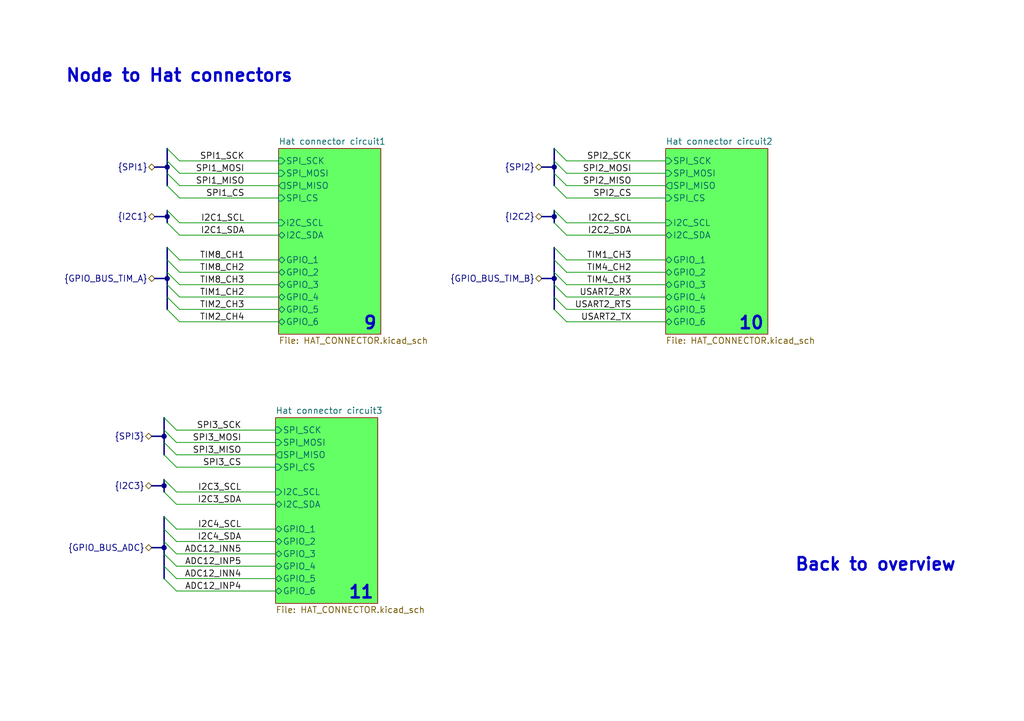
<source format=kicad_sch>
(kicad_sch (version 20230121) (generator eeschema)
  (paper "A5")
  (title_block (title "Hat Connectors and Delocalized Connectors") (company "EPFL Xplore") (comment 2 "Author: Vincent Nguyen"))
  (lib_symbols)
  (junction (at 34.29 34.29))
  (junction (at 33.655 112.395))
  (junction (at 113.665 34.29))
  (junction (at 33.655 89.535))
  (junction (at 34.29 57.15))
  (junction (at 113.665 57.15))
  (junction (at 113.665 44.45))
  (junction (at 34.29 44.45))
  (junction (at 33.655 99.695))
  (bus_entry (at 36.195 111.125) (size -2.54 -2.54))
  (bus_entry (at 36.195 103.505) (size -2.54 -2.54))
  (bus_entry (at 116.205 63.5) (size -2.54 -2.54))
  (bus_entry (at 116.205 66.04) (size -2.54 -2.54))
  (bus_entry (at 116.205 58.42) (size -2.54 -2.54))
  (bus_entry (at 116.205 60.96) (size -2.54 -2.54))
  (bus_entry (at 36.195 116.205) (size -2.54 -2.54))
  (bus_entry (at 116.205 38.1) (size -2.54 -2.54))
  (bus_entry (at 36.83 60.96) (size -2.54 -2.54))
  (bus_entry (at 36.83 55.88) (size -2.54 -2.54))
  (bus_entry (at 36.83 63.5) (size -2.54 -2.54))
  (bus_entry (at 36.83 40.64) (size -2.54 -2.54))
  (bus_entry (at 36.195 100.965) (size -2.54 -2.54))
  (bus_entry (at 36.83 33.02) (size -2.54 -2.54))
  (bus_entry (at 36.195 88.265) (size -2.54 -2.54))
  (bus_entry (at 36.195 121.285) (size -2.54 -2.54))
  (bus_entry (at 36.83 45.72) (size -2.54 -2.54))
  (bus_entry (at 36.83 38.1) (size -2.54 -2.54))
  (bus_entry (at 36.195 108.585) (size -2.54 -2.54))
  (bus_entry (at 116.205 35.56) (size -2.54 -2.54))
  (bus_entry (at 36.195 90.805) (size -2.54 -2.54))
  (bus_entry (at 36.195 113.665) (size -2.54 -2.54))
  (bus_entry (at 36.83 35.56) (size -2.54 -2.54))
  (bus_entry (at 116.205 48.26) (size -2.54 -2.54))
  (bus_entry (at 36.195 95.885) (size -2.54 -2.54))
  (bus_entry (at 116.205 45.72) (size -2.54 -2.54))
  (bus_entry (at 36.83 66.04) (size -2.54 -2.54))
  (bus_entry (at 116.205 53.34) (size -2.54 -2.54))
  (bus_entry (at 36.83 53.34) (size -2.54 -2.54))
  (bus_entry (at 36.195 118.745) (size -2.54 -2.54))
  (bus_entry (at 36.195 93.345) (size -2.54 -2.54))
  (bus_entry (at 116.205 40.64) (size -2.54 -2.54))
  (bus_entry (at 36.83 48.26) (size -2.54 -2.54))
  (bus_entry (at 116.205 33.02) (size -2.54 -2.54))
  (bus_entry (at 36.83 58.42) (size -2.54 -2.54))
  (bus_entry (at 116.205 55.88) (size -2.54 -2.54))
  (bus (pts (xy 34.29 35.56) (xy 34.29 38.1)))
  (bus (pts (xy 33.655 89.535) (xy 31.115 89.535)))
  (wire (pts (xy 36.83 45.72) (xy 57.15 45.72)))
  (bus (pts (xy 33.655 85.725) (xy 33.655 88.265)))
  (wire (pts (xy 36.195 116.205) (xy 56.515 116.205)))
  (wire (pts (xy 116.205 45.72) (xy 136.525 45.72)))
  (bus (pts (xy 33.655 108.585) (xy 33.655 111.125)))
  (wire (pts (xy 116.205 35.56) (xy 136.525 35.56)))
  (bus (pts (xy 34.29 50.8) (xy 34.29 53.34)))
  (wire (pts (xy 116.205 55.88) (xy 136.525 55.88)))
  (bus (pts (xy 34.29 43.18) (xy 34.29 44.45)))
  (bus (pts (xy 113.665 57.15) (xy 111.125 57.15)))
  (bus (pts (xy 33.655 116.205) (xy 33.655 118.745)))
  (bus (pts (xy 113.665 43.18) (xy 113.665 44.45)))
  (bus (pts (xy 33.655 111.125) (xy 33.655 112.395)))
  (bus (pts (xy 34.29 58.42) (xy 34.29 60.96)))
  (bus (pts (xy 113.665 57.15) (xy 113.665 58.42)))
  (bus (pts (xy 113.665 30.48) (xy 113.665 33.02)))
  (wire (pts (xy 36.83 63.5) (xy 57.15 63.5)))
  (bus (pts (xy 113.665 35.56) (xy 113.665 38.1)))
  (wire (pts (xy 116.205 66.04) (xy 136.525 66.04)))
  (bus (pts (xy 34.29 33.02) (xy 34.29 34.29)))
  (wire (pts (xy 36.195 93.345) (xy 56.515 93.345)))
  (bus (pts (xy 113.665 55.88) (xy 113.665 57.15)))
  (wire (pts (xy 116.205 33.02) (xy 136.525 33.02)))
  (bus (pts (xy 33.655 112.395) (xy 33.655 113.665)))
  (wire (pts (xy 36.195 113.665) (xy 56.515 113.665)))
  (wire (pts (xy 36.83 53.34) (xy 57.15 53.34)))
  (bus (pts (xy 113.665 34.29) (xy 113.665 35.56)))
  (wire (pts (xy 36.83 55.88) (xy 57.15 55.88)))
  (bus (pts (xy 34.29 57.15) (xy 34.29 58.42)))
  (bus (pts (xy 33.655 88.265) (xy 33.655 89.535)))
  (bus (pts (xy 33.655 90.805) (xy 33.655 93.345)))
  (bus (pts (xy 33.655 89.535) (xy 33.655 90.805)))
  (wire (pts (xy 36.83 60.96) (xy 57.15 60.96)))
  (bus (pts (xy 113.665 58.42) (xy 113.665 60.96)))
  (wire (pts (xy 36.195 103.505) (xy 56.515 103.505)))
  (wire (pts (xy 36.83 66.04) (xy 57.15 66.04)))
  (wire (pts (xy 116.205 60.96) (xy 136.525 60.96)))
  (wire (pts (xy 116.205 58.42) (xy 136.525 58.42)))
  (wire (pts (xy 116.205 63.5) (xy 136.525 63.5)))
  (bus (pts (xy 34.29 55.88) (xy 34.29 57.15)))
  (wire (pts (xy 36.195 108.585) (xy 56.515 108.585)))
  (bus (pts (xy 33.655 98.425) (xy 33.655 99.695)))
  (bus (pts (xy 113.665 34.29) (xy 111.125 34.29)))
  (bus (pts (xy 113.665 44.45) (xy 111.125 44.45)))
  (wire (pts (xy 36.83 38.1) (xy 57.15 38.1)))
  (wire (pts (xy 36.83 35.56) (xy 57.15 35.56)))
  (wire (pts (xy 36.195 118.745) (xy 56.515 118.745)))
  (bus (pts (xy 113.665 50.8) (xy 113.665 53.34)))
  (wire (pts (xy 116.205 48.26) (xy 136.525 48.26)))
  (bus (pts (xy 113.665 53.34) (xy 113.665 55.88)))
  (bus (pts (xy 34.29 60.96) (xy 34.29 63.5)))
  (bus (pts (xy 113.665 60.96) (xy 113.665 63.5)))
  (bus (pts (xy 34.29 57.15) (xy 31.75 57.15)))
  (wire (pts (xy 116.205 38.1) (xy 136.525 38.1)))
  (bus (pts (xy 113.665 33.02) (xy 113.665 34.29)))
  (wire (pts (xy 36.195 111.125) (xy 56.515 111.125)))
  (wire (pts (xy 36.195 88.265) (xy 56.515 88.265)))
  (bus (pts (xy 33.655 113.665) (xy 33.655 116.205)))
  (bus (pts (xy 33.655 99.695) (xy 31.115 99.695)))
  (bus (pts (xy 34.29 30.48) (xy 34.29 33.02)))
  (bus (pts (xy 34.29 44.45) (xy 34.29 45.72)))
  (bus (pts (xy 34.29 53.34) (xy 34.29 55.88)))
  (wire (pts (xy 36.83 58.42) (xy 57.15 58.42)))
  (wire (pts (xy 36.83 33.02) (xy 57.15 33.02)))
  (bus (pts (xy 113.665 44.45) (xy 113.665 45.72)))
  (bus (pts (xy 34.29 34.29) (xy 31.75 34.29)))
  (wire (pts (xy 36.83 48.26) (xy 57.15 48.26)))
  (bus (pts (xy 34.29 44.45) (xy 31.75 44.45)))
  (bus (pts (xy 33.655 106.045) (xy 33.655 108.585)))
  (wire (pts (xy 36.195 90.805) (xy 56.515 90.805)))
  (bus (pts (xy 34.29 34.29) (xy 34.29 35.56)))
  (wire (pts (xy 36.195 121.285) (xy 56.515 121.285)))
  (wire (pts (xy 116.205 53.34) (xy 136.525 53.34)))
  (bus (pts (xy 33.655 112.395) (xy 31.115 112.395)))
  (bus (pts (xy 33.655 99.695) (xy 33.655 100.965)))
  (wire (pts (xy 36.195 100.965) (xy 56.515 100.965)))
  (wire (pts (xy 36.83 40.64) (xy 57.15 40.64)))
  (wire (pts (xy 36.195 95.885) (xy 56.515 95.885)))
  (wire (pts (xy 116.205 40.64) (xy 136.525 40.64)))
  (text "9" (at 77.47 67.945 0) (effects (font (size 2.54 2.54) bold) (justify right bottom)))
  (text "10" (at 156.845 67.945 0) (effects (font (size 2.54 2.54) bold) (justify right bottom)))
  (text "Back to overview" (at 196.215 117.475 0) (effects (font (size 2.54 2.54) (thickness 0.508) bold) (justify right bottom)))
  (text "11" (at 76.835 123.19 0) (effects (font (size 2.54 2.54) bold) (justify right bottom)))
  (text "Node to Hat connectors" (at 13.335 17.145 0) (effects (font (size 2.54 2.54) bold) (justify left bottom)))
  (label "TIM8_CH2" (at 50.165 55.88 180))
  (label "ADC12_INN5" (at 49.53 113.665 180))
  (label "I2C3_SDA" (at 49.53 103.505 180))
  (label "USART2_TX" (at 129.54 66.04 180))
  (label "SPI1_CS" (at 50.165 40.64 180))
  (label "SPI3_MOSI" (at 49.53 90.805 180))
  (label "SPI1_MOSI" (at 50.165 35.56 180))
  (label "TIM1_CH3" (at 129.54 53.34 180))
  (label "SPI2_SCK" (at 129.54 33.02 180))
  (label "I2C1_SDA" (at 50.165 48.26 180))
  (label "I2C1_SCL" (at 50.165 45.72 180))
  (label "SPI1_MISO" (at 50.165 38.1 180))
  (label "I2C2_SCL" (at 129.54 45.72 180))
  (label "SPI3_CS" (at 49.53 95.885 180))
  (label "I2C4_SCL" (at 49.53 108.585 180))
  (label "SPI2_MOSI" (at 129.54 35.56 180))
  (label "USART2_RTS" (at 129.54 63.5 180))
  (label "TIM4_CH2" (at 129.54 55.88 180))
  (label "SPI3_MISO" (at 49.53 93.345 180))
  (label "TIM8_CH3" (at 50.165 58.42 180))
  (label "SPI1_SCK" (at 50.165 33.02 180))
  (label "TIM2_CH4" (at 50.165 66.04 180))
  (label "ADC12_INN4" (at 49.53 118.745 180))
  (label "TIM2_CH3" (at 50.165 63.5 180))
  (label "I2C2_SDA" (at 129.54 48.26 180))
  (label "I2C3_SCL" (at 49.53 100.965 180))
  (label "ADC12_INP4" (at 49.53 121.285 180))
  (label "ADC12_INP5" (at 49.53 116.205 180))
  (label "SPI2_CS" (at 129.54 40.64 180))
  (label "TIM4_CH3" (at 129.54 58.42 180))
  (label "I2C4_SDA" (at 49.53 111.125 180))
  (label "SPI2_MISO" (at 129.54 38.1 180))
  (label "USART2_RX" (at 129.54 60.96 180))
  (label "TIM8_CH1" (at 50.165 53.34 180))
  (label "SPI3_SCK" (at 49.53 88.265 180))
  (label "TIM1_CH2" (at 50.165 60.96 180))
  (hierarchical_label "{I2C1}" (shape bidirectional) (at 31.75 44.45 180))
  (hierarchical_label "{SPI2}" (shape bidirectional) (at 111.125 34.29 180))
  (hierarchical_label "{I2C2}" (shape bidirectional) (at 111.125 44.45 180))
  (hierarchical_label "{GPIO_BUS_TIM_A}" (shape bidirectional) (at 31.75 57.15 180))
  (hierarchical_label "{GPIO_BUS_TIM_B}" (shape bidirectional) (at 111.125 57.15 180))
  (hierarchical_label "{GPIO_BUS_ADC}" (shape bidirectional) (at 31.115 112.395 180))
  (hierarchical_label "{SPI1}" (shape bidirectional) (at 31.75 34.29 180))
  (hierarchical_label "{I2C3}" (shape bidirectional) (at 31.115 99.695 180))
  (hierarchical_label "{SPI3}" (shape bidirectional) (at 31.115 89.535 180))
  (sheet (at 56.515 85.725) (size 20.955 38.1) (stroke (width 0.1524)) (fill (color 100 255 100 1.0000))
    (property "Sheetname" "Hat connector circuit3" (at 56.515 85.0134 0) (effects (justify left bottom)))
    (property "Sheetfile" "HAT_CONNECTOR.kicad_sch" (at 56.515 124.4096 0) (effects (justify left top)))
    (pin "SPI_MISO" output (at 56.515 93.345 180))
    (pin "SPI_SCK" input (at 56.515 88.265 180))
    (pin "SPI_MOSI" input (at 56.515 90.805 180))
    (pin "SPI_CS" input (at 56.515 95.885 180))
    (pin "I2C_SCL" input (at 56.515 100.965 180))
    (pin "I2C_SDA" bidirectional (at 56.515 103.505 180))
    (pin "GPIO_5" bidirectional (at 56.515 118.745 180))
    (pin "GPIO_1" bidirectional (at 56.515 108.585 180))
    (pin "GPIO_2" bidirectional (at 56.515 111.125 180))
    (pin "GPIO_3" bidirectional (at 56.515 113.665 180))
    (pin "GPIO_4" bidirectional (at 56.515 116.205 180))
    (pin "GPIO_6" bidirectional (at 56.515 121.285 180))
  )
  (sheet (at 57.15 30.48) (size 20.955 38.1) (stroke (width 0.1524)) (fill (color 100 255 100 1.0000))
    (property "Sheetname" "Hat connector circuit1" (at 57.15 29.7684 0) (effects (justify left bottom)))
    (property "Sheetfile" "HAT_CONNECTOR.kicad_sch" (at 57.15 69.1646 0) (effects (justify left top)))
    (pin "SPI_MISO" output (at 57.15 38.1 180))
    (pin "SPI_SCK" input (at 57.15 33.02 180))
    (pin "SPI_MOSI" input (at 57.15 35.56 180))
    (pin "SPI_CS" input (at 57.15 40.64 180))
    (pin "I2C_SCL" input (at 57.15 45.72 180))
    (pin "I2C_SDA" bidirectional (at 57.15 48.26 180))
    (pin "GPIO_5" bidirectional (at 57.15 63.5 180))
    (pin "GPIO_1" bidirectional (at 57.15 53.34 180))
    (pin "GPIO_2" bidirectional (at 57.15 55.88 180))
    (pin "GPIO_3" bidirectional (at 57.15 58.42 180))
    (pin "GPIO_4" bidirectional (at 57.15 60.96 180))
    (pin "GPIO_6" bidirectional (at 57.15 66.04 180))
  )
  (sheet (at 136.525 30.48) (size 20.955 38.1) (stroke (width 0.1524)) (fill (color 100 255 100 1.0000))
    (property "Sheetname" "Hat connector circuit2" (at 136.525 29.7684 0) (effects (justify left bottom)))
    (property "Sheetfile" "HAT_CONNECTOR.kicad_sch" (at 136.525 69.1646 0) (effects (justify left top)))
    (pin "SPI_MISO" output (at 136.525 38.1 180))
    (pin "SPI_SCK" input (at 136.525 33.02 180))
    (pin "SPI_MOSI" input (at 136.525 35.56 180))
    (pin "SPI_CS" input (at 136.525 40.64 180))
    (pin "I2C_SCL" input (at 136.525 45.72 180))
    (pin "I2C_SDA" bidirectional (at 136.525 48.26 180))
    (pin "GPIO_5" bidirectional (at 136.525 63.5 180))
    (pin "GPIO_1" bidirectional (at 136.525 53.34 180))
    (pin "GPIO_2" bidirectional (at 136.525 55.88 180))
    (pin "GPIO_3" bidirectional (at 136.525 58.42 180))
    (pin "GPIO_4" bidirectional (at 136.525 60.96 180))
    (pin "GPIO_6" bidirectional (at 136.525 66.04 180))
  )
)
</source>
